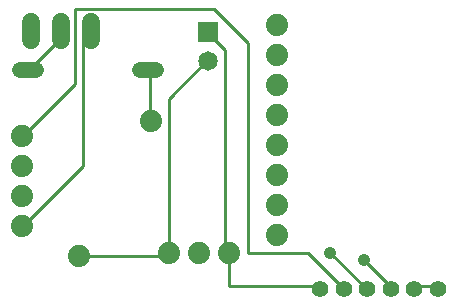
<source format=gbr>
G04 EAGLE Gerber RS-274X export*
G75*
%MOMM*%
%FSLAX34Y34*%
%LPD*%
%INTop Copper*%
%IPPOS*%
%AMOC8*
5,1,8,0,0,1.08239X$1,22.5*%
G01*
%ADD10C,1.422400*%
%ADD11C,1.320800*%
%ADD12C,1.879600*%
%ADD13C,1.524000*%
%ADD14C,1.651000*%
%ADD15R,1.651000X1.651000*%
%ADD16C,0.254000*%
%ADD17C,1.066800*%


D10*
X318300Y353060D03*
X338300Y353060D03*
X358300Y353060D03*
X378300Y353060D03*
X398300Y353060D03*
X418300Y353060D03*
D11*
X77724Y538480D02*
X64516Y538480D01*
X166116Y538480D02*
X179324Y538480D01*
D12*
X281940Y398780D03*
X281940Y424180D03*
X281940Y449580D03*
X281940Y474980D03*
X281940Y500380D03*
X281940Y525780D03*
X281940Y551180D03*
X281940Y576580D03*
D13*
X73660Y579120D02*
X73660Y563880D01*
X99060Y563880D02*
X99060Y579120D01*
X124460Y579120D02*
X124460Y563880D01*
D14*
X223520Y546300D03*
D15*
X223520Y571300D03*
D12*
X190500Y383540D03*
X215900Y383540D03*
X241300Y383540D03*
X175260Y495300D03*
X114300Y381000D03*
X66040Y482600D03*
X66040Y457200D03*
X66040Y431800D03*
X66040Y406400D03*
D16*
X400050Y355600D02*
X415925Y355600D01*
X400050Y355600D02*
X398300Y353060D01*
X415925Y355600D02*
X418300Y353060D01*
X190500Y381000D02*
X114300Y381000D01*
X190500Y381000D02*
X190500Y383540D01*
X190500Y514350D02*
X222250Y546100D01*
X190500Y514350D02*
X190500Y383540D01*
X222250Y546100D02*
X223520Y546300D01*
X123825Y571500D02*
X117475Y565150D01*
X117475Y457200D01*
X66675Y406400D01*
X123825Y571500D02*
X124460Y571500D01*
X66675Y406400D02*
X66040Y406400D01*
X327025Y384175D02*
X355600Y355600D01*
X358300Y353060D01*
D17*
X327025Y384175D03*
D16*
X307975Y384175D02*
X336550Y355600D01*
X307975Y384175D02*
X257175Y384175D01*
X257175Y561975D01*
X228600Y590550D01*
X111125Y590550D01*
X111125Y527050D01*
X66675Y482600D01*
X336550Y355600D02*
X338300Y353060D01*
X66675Y482600D02*
X66040Y482600D01*
X355600Y377825D02*
X377825Y355600D01*
X378300Y353060D01*
D17*
X355600Y377825D03*
D16*
X317500Y355600D02*
X241300Y355600D01*
X241300Y383540D01*
X317500Y355600D02*
X318300Y353060D01*
X98425Y565150D02*
X73025Y539750D01*
X98425Y565150D02*
X98425Y571500D01*
X73025Y539750D02*
X71120Y538480D01*
X98425Y571500D02*
X99060Y571500D01*
X238125Y387350D02*
X241300Y384175D01*
X238125Y387350D02*
X238125Y555625D01*
X225425Y568325D01*
X241300Y384175D02*
X241300Y383540D01*
X225425Y568325D02*
X223520Y571300D01*
X174625Y536575D02*
X174625Y495300D01*
X174625Y536575D02*
X172720Y538480D01*
X174625Y495300D02*
X175260Y495300D01*
M02*

</source>
